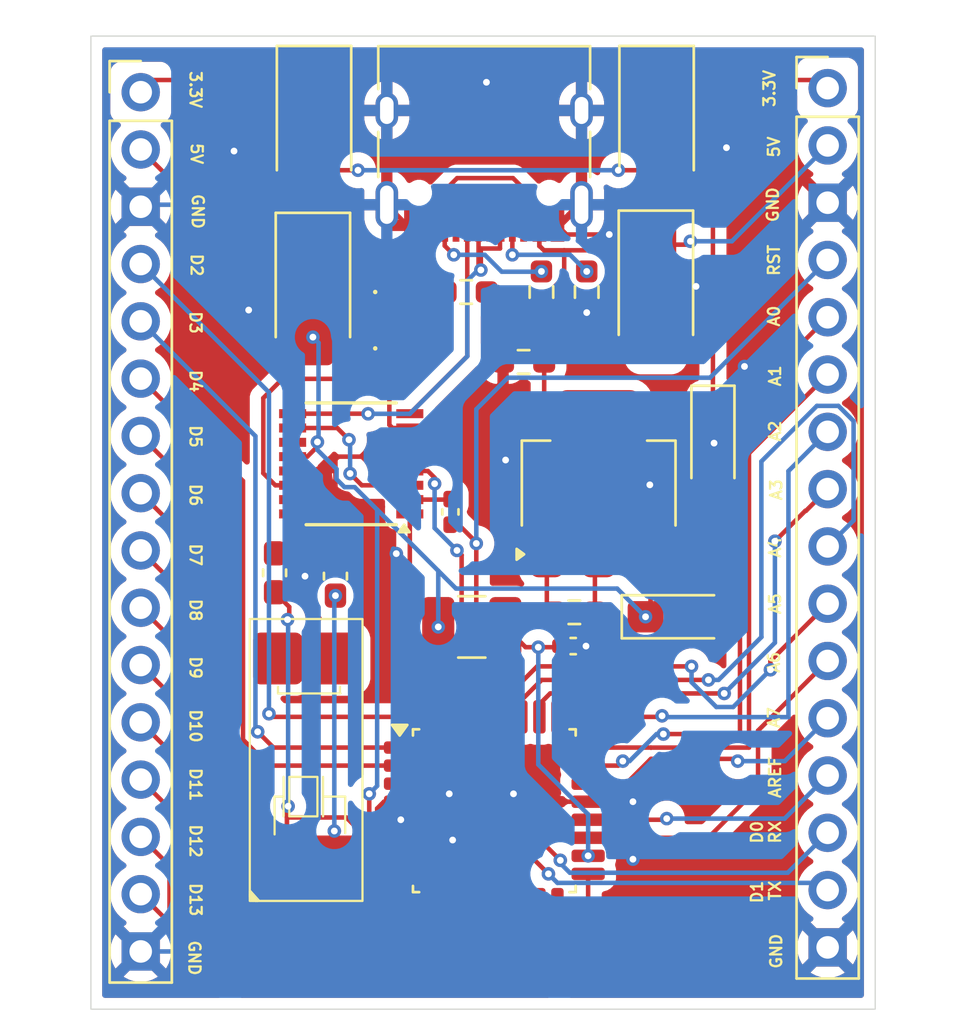
<source format=kicad_pcb>
(kicad_pcb (version 20241229) (generator "pcbnew") (generator_version "9.0")
  (layers (0 "F.Cu" signal) (2 "B.Cu" signal) (13 "F.Paste" user) (15 "B.Paste" user) (5 "F.SilkS" user "F.Silkscreen") (7 "B.SilkS" user "B.Silkscreen") (1 "F.Mask" user) (3 "B.Mask" user) (25 "Edge.Cuts" user))
  (net 0 "")
  (net 1 "GND")
  (net 2 "XTAL1")
  (net 3 "XTAL2")
  (net 4 "Net-(U1-~{RTS})")
  (net 5 "RESET")
  (net 6 "Net-(U2-AVCC)")
  (net 7 "+3.3V")
  (net 8 "+5V")
  (net 9 "Net-(D1-K)")
  (net 10 "Net-(D2-K)")
  (net 11 "Net-(D3-K)")
  (net 12 "Net-(D4-K)")
  (net 13 "/USBD-")
  (net 14 "/USBD+")
  (net 15 "Net-(J1-CC2)")
  (net 16 "Net-(J1-CC1)")
  (net 17 "ADC3")
  (net 18 "RXD")
  (net 19 "ADC4")
  (net 20 "ADC5")
  (net 21 "ADC1")
  (net 22 "ADC2")
  (net 23 "ADC0")
  (net 24 "AREF")
  (net 25 "ADC6")
  (net 26 "ADC7")
  (net 27 "TXD")
  (net 28 "D8")
  (net 29 "D11")
  (net 30 "D6")
  (net 31 "D5")
  (net 32 "D9")
  (net 33 "D7")
  (net 34 "D4")
  (net 35 "D13")
  (net 36 "D12")
  (net 37 "D2")
  (net 38 "D3")
  (net 39 "D10")
  (net 40 "Net-(RX1-A)")
  (net 41 "/ADJ")
  (net 42 "Net-(RX1-K)")
  (net 43 "Net-(TX1-K)")
  (net 46 "Net-(U1-3V3OUT)")
  (footprint "Resistor_SMD:R_0603_1608Metric_Pad0.98x0.95mm_HandSolder" (layer "F.Cu") (at 113.5 86.5)
    (property "Reference" "R3" (hide yes))
    (property "Value" "220")
  )
  (footprint "Capacitor_SMD:C_0402_1005Metric_Pad0.74x0.62mm_HandSolder" (layer "F.Cu") (at 118.25 102.2)
    (property "Reference" "C4" (hide yes))
    (property "Value" "100nF")
  )
  (footprint "Diode_SMD:D_SMA" (layer "F.Cu") (at 106.7 86.5 -90)
    (property "Reference" "D4" (hide yes))
    (property "Value" "D" (hide yes))
  )
  (footprint "Resistor_SMD:R_0603_1608Metric_Pad0.98x0.95mm_HandSolder" (layer "F.Cu") (at 116.05 89.6 180)
    (property "Reference" "R5" (hide yes))
    (property "Value" "1K")
  )
  (footprint "Capacitor_SMD:C_0603_1608Metric_Pad1.08x0.95mm_HandSolder" (layer "F.Cu") (at 105 98.95 90)
    (property "Reference" "C1" (hide yes))
    (property "Value" "22pF")
  )
  (footprint "Package_TO_SOT_SMD:SOT-223-3_TabPin2" (layer "F.Cu") (at 119.38 95 90)
    (property "Reference" "U3" (hide yes))
    (property "Value" "AMS1117")
  )
  (footprint "Resistor_SMD:R_0603_1608Metric_Pad0.98x0.95mm_HandSolder" (layer "F.Cu") (at 118.85 86.5 -90)
    (property "Reference" "R1" (hide yes))
    (property "Value" "5.1K")
  )
  (footprint "Inductor_SMD:L_1210_3225Metric_Pad1.42x2.65mm_HandSolder" (layer "F.Cu") (at 113.75 101.35)
    (property "Reference" "L1" (hide yes))
    (property "Value" "100uH")
  )
  (footprint "LED_SMD:LED_0201_0603Metric_Pad0.64x0.40mm_HandSolder" (layer "F.Cu") (at 110.5 89)
    (property "Reference" "RX1" (hide yes))
    (property "Value" "LED")
  )
  (footprint "Diode_SMD:D_SMA" (layer "F.Cu") (at 121.92 86.4 -90)
    (property "Reference" "D1" (hide yes))
    (property "Value" "D")
  )
  (footprint "Crystal_SMD:28AX" (layer "F.Cu") (at 107.15 107 90)
    (property "Reference" "Y1" (hide yes))
    (property "Value" "16.000MHZ")
  )
  (footprint "Package_SO:SSOP-16_3.9x4.9mm_P0.635mm" (layer "F.Cu") (at 108.4 94.1175 180)
    (property "Reference" "U1" (hide yes))
    (property "Value" "FT230XS")
  )
  (footprint "Capacitor_Tantalum_SMD:CP_EIA-3216-10_Kemet-I_HandSolder" (layer "F.Cu") (at 122.9 100.9)
    (property "Reference" "C6" (hide yes))
    (property "Value" "22uF Tantalum")
  )
  (footprint "Capacitor_SMD:C_0603_1608Metric_Pad1.08x0.95mm_HandSolder" (layer "F.Cu") (at 107.7 99.1 90)
    (property "Reference" "C2" (hide yes))
    (property "Value" "22pF")
  )
  (footprint "LED_SMD:LED_0201_0603Metric_Pad0.64x0.40mm_HandSolder" (layer "F.Cu") (at 110.5 86.5)
    (property "Reference" "TX1" (hide yes))
    (property "Value" "LED")
  )
  (footprint "Resistor_SMD:R_0603_1608Metric_Pad0.98x0.95mm_HandSolder" (layer "F.Cu") (at 118.3 100.7 180)
    (property "Reference" "R4" (hide yes))
    (property "Value" "1.6K")
  )
  (footprint "Resistor_SMD:R_0603_1608Metric_Pad0.98x0.95mm_HandSolder" (layer "F.Cu") (at 116.84 86.5 -90)
    (property "Reference" "R2" (hide yes))
    (property "Value" "5.1K")
  )
  (footprint "Connector_PinHeader_2.54mm:PinHeader_1x16_P2.54mm_Vertical" (layer "F.Cu") (at 129.54 77.46)
    (property "Reference" "J2" (hide yes))
    (property "Value" "Conn_01x16_Pin")
  )
  (footprint "Diode_SMD:D_SMA" (layer "F.Cu") (at 121.95 79.1 -90)
    (property "Reference" "D2" (hide yes))
    (property "Value" "D")
  )
  (footprint "Connector_USB:USB_C_Receptacle_HRO_TYPE-C-31-M-12" (layer "F.Cu") (at 114.3 79.5 180)
    (property "Reference" "J1" (hide yes))
    (property "Value" "USB_C_Receptacle_USB2.0_14P")
  )
  (footprint "Connector_PinHeader_2.54mm:PinHeader_1x16_P2.54mm_Vertical" (layer "F.Cu") (at 99.06 77.64)
    (property "Reference" "J3" (hide yes))
    (property "Value" "Conn_01x16_Pin")
  )
  (footprint "Package_QFP:TQFP-32_7x7mm_P0.8mm" (layer "F.Cu") (at 114.75 109.5)
    (property "Reference" "U2" (hide yes))
    (property "Value" "ATmega328P-A")
  )
  (footprint "Capacitor_SMD:C_0402_1005Metric_Pad0.74x0.62mm_HandSolder" (layer "F.Cu") (at 112.8 96.25 -90)
    (property "Reference" "C3" (hide yes))
    (property "Value" "100nF")
  )
  (footprint "Capacitor_Tantalum_SMD:CP_EIA-3216-10_Kemet-I_HandSolder" (layer "F.Cu") (at 124.45 93.15 -90)
    (property "Reference" "C5" (hide yes))
    (property "Value" "22uF Tantalum")
  )
  (footprint "Diode_SMD:D_SMA" (layer "F.Cu") (at 106.75 79.1 -90)
    (property "Reference" "D3" (hide yes))
    (property "Value" "D" (hide yes))
  )
  (gr_rect (start 96.85 75.15) (end 131.65 118.3) (stroke (width 0.05)) (fill no) (layer "Edge.Cuts"))
  (gr_text "AREF\n" (at 127.5 107.05 90) (layer "F.SilkS") (effects (font (size 0.5 0.5) (thickness 0.1) (bold yes)) (justify right bottom)))
  (gr_text "D8" (at 101.2 100.05 270) (layer "F.SilkS") (effects (font (size 0.5 0.5) (thickness 0.1) (bold yes)) (justify left bottom)))
  (gr_text "A4" (at 127.5 97.3 90) (layer "F.SilkS") (effects (font (size 0.5 0.5) (thickness 0.1) (bold yes)) (justify right bottom)))
  (gr_text "D5\n" (at 101.2 92.35 270) (layer "F.SilkS") (effects (font (size 0.5 0.5) (thickness 0.1) (bold yes)) (justify left bottom)))
  (gr_text "D12" (at 101.2 110.05 270) (layer "F.SilkS") (effects (font (size 0.5 0.5) (thickness 0.1) (bold yes)) (justify left bottom)))
  (gr_text "D3\n" (at 101.2 87.3 270) (layer "F.SilkS") (effects (font (size 0.5 0.5) (thickness 0.1) (bold yes)) (justify left bottom)))
  (gr_text "A7" (at 127.45 104.85 90) (layer "F.SilkS") (effects (font (size 0.5 0.5) (thickness 0.1) (bold yes)) (justify right bottom)))
  (gr_text "D11\n" (at 101.2 107.55 270) (layer "F.SilkS") (effects (font (size 0.5 0.5) (thickness 0.1) (bold yes)) (justify left bottom)))
  (gr_text "A2" (at 127.5 92.15 90) (layer "F.SilkS") (effects (font (size 0.5 0.5) (thickness 0.1) (bold yes)) (justify right bottom)))
  (gr_text "5V" (at 101.25 79.85 270) (layer "F.SilkS") (effects (font (size 0.5 0.5) (thickness 0.1) (bold yes)) (justify left bottom)))
  (gr_text "GND" (at 101.15 115.2 270) (layer "F.SilkS") (effects (font (size 0.5 0.5) (thickness 0.1) (bold yes)) (justify left bottom)))
  (gr_text "A3" (at 127.55 94.75 90) (layer "F.SilkS") (effects (font (size 0.5 0.5) (thickness 0.1) (bold yes)) (justify right bottom)))
  (gr_text "GND" (at 127.4 81.8 90) (layer "F.SilkS") (effects (font (size 0.5 0.5) (thickness 0.1) (bold yes)) (justify right bottom)))
  (gr_text "D10\n" (at 101.2 104.95 270) (layer "F.SilkS") (effects (font (size 0.5 0.5) (thickness 0.1) (bold yes)) (justify left bottom)))
  (gr_text "GND" (at 127.55 114.9 90) (layer "F.SilkS") (effects (font (size 0.5 0.5) (thickness 0.1) (bold yes)) (justify right bottom)))
  (gr_text "3.3V" (at 127.25 76.6 90) (layer "F.SilkS") (effects (font (size 0.5 0.5) (thickness 0.1) (bold yes)) (justify right bottom)))
  (gr_text "A5" (at 127.5 99.8 90) (layer "F.SilkS") (effects (font (size 0.5 0.5) (thickness 0.1) (bold yes)) (justify right bottom)))
  (gr_text "D6" (at 101.2 94.95 270) (layer "F.SilkS") (effects (font (size 0.5 0.5) (thickness 0.1) (bold yes)) (justify left bottom)))
  (gr_text "A1\n" (at 127.5 89.7 90) (layer "F.SilkS") (effects (font (size 0.5 0.5) (thickness 0.1) (bold yes)) (justify right bottom)))
  (gr_text "A0" (at 127.45 87.05 90) (layer "F.SilkS") (effects (font (size 0.5 0.5) (thickness 0.1) (bold yes)) (justify right bottom)))
  (gr_text "A6" (at 127.45 102.4 90) (layer "F.SilkS") (effects (font (size 0.5 0.5) (thickness 0.1) (bold yes)) (justify right bottom)))
  (gr_text "D0\nRX\n" (at 127.5 109.9 90) (layer "F.SilkS") (effects (font (size 0.5 0.5) (thickness 0.1) (bold yes)) (justify right bottom)))
  (gr_text "D7" (at 101.2 97.6 270) (layer "F.SilkS") (effects (font (size 0.5 0.5) (thickness 0.1) (bold yes)) (justify left bottom)))
  (gr_text "D13" (at 101.2 112.65 270) (layer "F.SilkS") (effects (font (size 0.5 0.5) (thickness 0.1) (bold yes)) (justify left bottom)))
  (gr_text "D2" (at 101.25 84.75 270) (layer "F.SilkS") (effects (font (size 0.5 0.5) (thickness 0.1) (bold yes)) (justify left bottom)))
  (gr_text "D4" (at 101.2 89.9 270) (layer "F.SilkS") (effects (font (size 0.5 0.5) (thickness 0.1) (bold yes)) (justify left bottom)))
  (gr_text "3.3V" (at 101.2 76.65 270) (layer "F.SilkS") (effects (font (size 0.5 0.5) (thickness 0.1) (bold yes)) (justify left bottom)))
  (gr_text "GND" (at 101.3 82.1 270) (layer "F.SilkS") (effects (font (size 0.5 0.5) (thickness 0.1) (bold yes)) (justify left bottom)))
  (gr_text "D1\nTX\n" (at 127.5 112.55 90) (layer "F.SilkS") (effects (font (size 0.5 0.5) (thickness 0.1) (bold yes)) (justify right bottom)))
  (gr_text "D9" (at 101.2 102.6 270) (layer "F.SilkS") (effects (font (size 0.5 0.5) (thickness 0.1) (bold yes)) (justify left bottom)))
  (gr_text "RST" (at 127.45 84.35 90) (layer "F.SilkS") (effects (font (size 0.5 0.5) (thickness 0.1) (bold yes)) (justify right bottom)))
  (gr_text "5V" (at 127.45 79.55 90) (layer "F.SilkS") (effects (font (size 0.5 0.5) (thickness 0.1) (bold yes)) (justify right bottom)))
  (segment (start 120.9 111.65) (end 121 111.75) (width 0.2) (layer "F.Cu") (net 1))
  (segment (start 117.955 83.95) (end 119.85 83.95) (width 0.2) (layer "F.Cu") (net 1))
  (segment (start 125.85 89.8) (end 125.85 86.23) (width 0.2) (layer "F.Cu") (net 1))
  (segment (start 116.84 87.4125) (end 115.1375 89.115) (width 0.2) (layer "F.Cu") (net 1))
  (segment (start 120.6 84.5329) (end 120.6 85.4) (width 0.2) (layer "F.Cu") (net 1))
  (segment (start 124.34 100.9) (end 124.34 94.7) (width 0.2) (layer "F.Cu") (net 1))
  (segment (start 115.1375 90.4295) (end 111.767 93.8) (width 0.2) (layer "F.Cu") (net 1))
  (segment (start 124.45 94.59) (end 124.45 93.25) (width 0.2) (layer "F.Cu") (net 1))
  (segment (start 110.895 83.545) (end 109.98 82.63) (width 0.2) (layer "F.Cu") (net 1))
  (segment (start 125.85 86.23) (end 129.54 82.54) (width 0.2) (layer "F.Cu") (net 1))
  (segment (start 117.55 83.545) (end 117.705 83.545) (width 0.2) (layer "F.Cu") (net 1))
  (segment (start 110.5875 108.3) (end 111.148944 108.3) (width 0.2) (layer "F.Cu") (net 1))
  (segment (start 118.8175 102.2) (end 118.9 102.2) (width 0.2) (layer "F.Cu") (net 1))
  (segment (start 115.95 108.75) (end 116.3 109.1) (width 0.2) (layer "F.Cu") (net 1))
  (segment (start 111.767 93.8) (end 111 93.8) (width 0.2) (layer "F.Cu") (net 1))
  (segment (start 117.705 83.545) (end 118.62 82.63) (width 0.2) (layer "F.Cu") (net 1))
  (segment (start 118.85 87.4125) (end 116.84 87.4125) (width 0.2) (layer "F.Cu") (net 1))
  (segment (start 115.6 108.75) (end 115.95 108.75) (width 0.2) (layer "F.Cu") (net 1))
  (segment (start 116.3 109.1) (end 118.9125 109.1) (width 0.2) (layer "F.Cu") (net 1))
  (segment (start 111.626 108.777056) (end 112.722944 108.777056) (width 0.2) (layer "F.Cu") (net 1))
  (segment (start 124.34 100.9) (end 123.04 102.2) (width 0.2) (layer "F.Cu") (net 1))
  (segment (start 125.73 111.75) (end 129.54 115.56) (width 0.2) (layer "F.Cu") (net 1))
  (segment (start 117.55 83.545) (end 117.955 83.95) (width 0.2) (layer "F.Cu") (net 1))
  (segment (start 118.62 78.45) (end 109.98 78.45) (width 0.2) (layer "F.Cu") (net 1))
  (segment (start 111.148944 108.3) (end 111.626 108.777056) (width 0.2) (layer "F.Cu") (net 1))
  (segment (start 124.45 93.25) (end 124.5 93.2) (width 0.2) (layer "F.Cu") (net 1))
  (segment (start 110.5875 109.9) (end 110.6 109.9) (width 0.2) (layer "F.Cu") (net 1))
  (segment (start 111.324999 109.9) (end 110.5875 109.9) (width 0.2) (layer "F.Cu") (net 1))
  (segment (start 110.4 98.1) (end 110.2625 98.2375) (width 0.2) (layer "F.Cu") (net 1))
  (segment (start 106.567 94.435) (end 105.8 94.435) (width 0.2) (layer "F.Cu") (net 1))
  (segment (start 107.7 94.435) (end 107.7 93.8) (width 0.2) (layer "F.Cu") (net 1))
  (segment (start 121 111.75) (end 125.73 111.75) (width 0.2) (layer "F.Cu") (net 1))
  (segment (start 120.6 85.4) (end 120.6 85.55) (width 0.2) (layer "F.Cu") (net 1))
  (segment (start 118.9125 109.1) (end 120.9 109.1) (width 0.2) (layer "F.Cu") (net 1))
  (segment (start 121.3 86.25) (end 123.7 86.25) (width 0.2) (layer "F.Cu") (net 1))
  (segment (start 109.98 78.45) (end 109.98 82.63) (width 0.2) (layer "F.Cu") (net 1))
  (segment (start 111.05 83.545) (end 110.895 83.545) (width 0.2) (layer "F.Cu") (net 1))
  (segment (start 118.62 82.475) (end 118.62 78.45) (width 0.2) (layer "F.Cu") (net 1))
  (segment (start 120.6 85.55) (end 121.3 86.25) (width 0.2) (layer "F.Cu") (net 1))
  (segment (start 119.85 83.95) (end 120.0171 83.95) (width 0.2) (layer "F.Cu") (net 1))
  (segment (start 117.55 83.545) (end 118.62 82.475) (width 0.2) (layer "F.Cu") (net 1))
  (segment (start 124.34 94.7) (end 124.45 94.59) (width 0.2) (layer "F.Cu") (net 1))
  (segment (start 107.7 98.2375) (end 107.5625 98.2375) (width 0.2) (layer "F.Cu") (net 1))
  (segment (start 120.0171 83.95) (end 120.6 84.5329) (width 0.2) (layer "F.Cu") (net 1))
  (segment (start 107.7 94.435) (end 107.7 98.2375) (width 0.2) (layer "F.Cu") (net 1))
  (segment (start 111.626 108.777056) (end 111.626 109.598999) (width 0.2) (layer "F.Cu") (net 1))
  (segment (start 123.04 102.2) (end 118.8175 102.2) (width 0.2) (layer "F.Cu") (net 1))
  (segment (start 107.4125 98.0875) (end 105 98.0875) (width 0.2) (layer "F.Cu") (net 1))
  (segment (start 112.722944 108.777056) (end 112.75 108.75) (width 0.2) (layer "F.Cu") (net 1))
  (segment (start 106.567 94.435) (end 107.7 94.435) (width 0.2) (layer "F.Cu") (net 1))
  (segment (start 115.1375 89.115) (end 115.1375 89.6) (width 0.2) (layer "F.Cu") (net 1))
  (segment (start 107.5625 98.2375) (end 107.4125 98.0875) (width 0.2) (layer "F.Cu") (net 1))
  (segment (start 110.2625 98.2375) (end 107.7 98.2375) (width 0.2) (layer "F.Cu") (net 1))
  (segment (start 115.1375 89.6) (end 115.1375 90.4295) (width 0.2) (layer "F.Cu") (net 1))
  (segment (start 111.626 109.598999) (end 111.324999 109.9) (width 0.2) (layer "F.Cu") (net 1))
  (segment (start 107.7 93.8) (end 111 93.8) (width 0.2) (layer "F.Cu") (net 1))
  (via (at 115.6 108.75) (size 0.6) (drill 0.3) (layers "F.Cu" "B.Cu") (net 1))
  (via (at 118.85 87.4125) (size 0.6) (drill 0.3) (layers "F.Cu" "B.Cu") (net 1))
  (via (at 119.85 83.95) (size 0.6) (drill 0.3) (layers "F.Cu" "B.Cu") (net 1))
  (via (at 115.25 93.95) (size 0.6) (drill 0.3) (layers "F.Cu" "B.Cu") (net 1))
  (via (at 123.7 86.25) (size 0.6) (drill 0.3) (layers "F.Cu" "B.Cu") (net 1))
  (via (at 125.85 89.8) (size 0.6) (drill 0.3) (layers "F.Cu" "B.Cu") (net 1))
  (via (at 103.2 80.25) (size 0.6) (drill 0.3) (layers "F.Cu" "B.Cu") (net 1))
  (via (at 114.4 77.2) (size 0.6) (drill 0.3) (layers "F.Cu" "B.Cu") (net 1))
  (via (at 106.35 99.1) (size 0.6) (drill 0.3) (layers "F.Cu" "B.Cu") (net 1))
  (via (at 120.9 109.1) (size 0.6) (drill 0.3) (layers "F.Cu" "B.Cu") (net 1))
  (via (at 110.6 109.9) (size 0.6) (drill 0.3) (layers "F.Cu" "B.Cu") (net 1))
  (via (at 103.85 87.3) (size 0.6) (drill 0.3) (layers "F.Cu" "B.Cu") (net 1))
  (via (at 118.8175 102.2) (size 0.6) (drill 0.3) (layers "F.Cu" "B.Cu") (net 1))
  (via (at 121.65 95.05) (size 0.6) (drill 0.3) (layers "F.Cu" "B.Cu") (net 1))
  (via (at 112.75 108.75) (size 0.6) (drill 0.3) (layers "F.Cu" "B.Cu") (net 1))
  (via (at 120.9 111.65) (size 0.6) (drill 0.3) (layers "F.Cu" "B.Cu") (net 1))
  (via (at 110.4 98.1) (size 0.6) (drill 0.3) (layers "F.Cu" "B.Cu") (net 1))
  (via (at 125.05 80.1) (size 0.6) (drill 0.3) (layers "F.Cu" "B.Cu") (net 1))
  (via (at 112.9 110.8) (size 0.6) (drill 0.3) (layers "F.Cu" "B.Cu") (net 1))
  (via (at 124.5 93.2) (size 0.6) (drill 0.3) (layers "F.Cu" "B.Cu") (net 1))
  (segment (start 119.85 83.95) (end 119.85 86.4125) (width 0.2) (layer "B.Cu") (net 1))
  (segment (start 118.8175 107.0175) (end 120.9 109.1) (width 0.2) (layer "B.Cu") (net 1))
  (segment (start 112.75 108.75) (end 115.6 108.75) (width 0.2) (layer "B.Cu") (net 1))
  (segment (start 112.75 107.45) (end 111.3 106) (width 0.2) (layer "B.Cu") (net 1))
  (segment (start 124.5 93.2) (end 125.85 91.85) (width 0.2) (layer "B.Cu") (net 1))
  (segment (start 120.9 111.65) (end 120.9 109.1) (width 0.2) (layer "B.Cu") (net 1))
  (segment (start 112.75 108.75) (end 112.75 107.45) (width 0.2) (layer "B.Cu") (net 1))
  (segment (start 109.51 115.74) (end 99.06 115.74) (width 0.2) (layer "B.Cu") (net 1))
  (segment (start 111.3 106) (end 111.3 99) (width 0.2) (layer "B.Cu") (net 1))
  (segment (start 110.6 114.65) (end 109.51 115.74) (width 0.2) (layer "B.Cu") (net 1))
  (segment (start 118.8175 102.2) (end 118.8175 107.0175) (width 0.2) (layer "B.Cu") (net 1))
  (segment (start 123.7 86.25) (end 125.83 86.25) (width 0.2) (layer "B.Cu") (net 1))
  (segment (start 125.83 86.25) (end 129.54 82.54) (width 0.2) (layer "B.Cu") (net 1))
  (segment (start 109.98 82.63) (end 99.15 82.63) (width 0.2) (layer "B.Cu") (net 1))
  (segment (start 110.6 109.9) (end 110.6 114.65) (width 0.2) (layer "B.Cu") (net 1))
  (segment (start 99.15 82.63) (end 99.06 82.72) (width 0.2) (layer "B.Cu") (net 1))
  (segment (start 125.85 91.85) (end 125.85 89.8) (width 0.2) (layer "B.Cu") (net 1))
  (segment (start 119.85 86.4125) (end 118.85 87.4125) (width 0.2) (layer "B.Cu") (net 1))
  (segment (start 111.3 99) (end 110.4 98.1) (width 0.2) (layer "B.Cu") (net 1))
  (segment (start 105.55 110.2) (end 105.55 109.8) (width 0.2) (layer "F.Cu") (net 2))
  (segment (start 105.65 100.4625) (end 105 99.8125) (width 0.2) (layer "F.Cu") (net 2))
  (segment (start 105.15 110.6) (end 105.55 110.2) (width 0.2) (layer "F.Cu") (net 2))
  (segment (start 105.15 111.75) (end 105.15 110.6) (width 0.2) (layer "F.Cu") (net 2))
  (segment (start 105.575 101.025) (end 105.65 100.95) (width 0.2) (layer "F.Cu") (net 2))
  (segment (start 105.55 110.2) (end 105.55 109.35) (width 0.2) (layer "F.Cu") (net 2))
  (segment (start 109.882368 111.5) (end 110.5875 111.5) (width 0.2) (layer "F.Cu") (net 2))
  (segment (start 108.182368 109.8) (end 109.882368 111.5) (width 0.2) (layer "F.Cu") (net 2))
  (segment (start 105.55 109.35) (end 105.6 109.3) (width 0.2) (layer "F.Cu") (net 2))
  (segment (start 105.55 109.8) (end 108.182368 109.8) (width 0.2) (layer "F.Cu") (net 2))
  (segment (start 105.65 100.95) (end 105.65 100.4625) (width 0.2) (layer "F.Cu") (net 2))
  (via (at 105.6 109.3) (size 0.6) (drill 0.3) (layers "F.Cu" "B.Cu") (net 2))
  (via (at 105.575 101.025) (size 0.6) (drill 0.3) (layers "F.Cu" "B.Cu") (net 2))
  (segment (start 105.575 101.025) (end 105.575 101.175) (width 0.2) (layer "B.Cu") (net 2))
  (segment (start 105.575 101.175) (end 105.6 101.2) (width 0.2) (layer "B.Cu") (net 2))
  (segment (start 105.6 101.2) (end 105.6 109.3) (width 0.2) (layer "B.Cu") (net 2))
  (segment (start 108.2 112.3) (end 110.5875 112.3) (width 0.2) (layer "F.Cu") (net 3))
  (segment (start 107.65 111.75) (end 108.2 112.3) (width 0.2) (layer "F.Cu") (net 3))
  (segment (start 107.65 111.75) (end 107.65 110.4) (width 0.2) (layer "F.Cu") (net 3))
  (via (at 107.7 99.9625) (size 0.6) (drill 0.3) (layers "F.Cu" "B.Cu") (net 3))
  (via (at 107.65 110.4) (size 0.6) (drill 0.3) (layers "F.Cu" "B.Cu") (net 3))
  (segment (start 107.65 100.0125) (end 107.7 99.9625) (width 0.2) (layer "B.Cu") (net 3))
  (segment (start 107.65 110.4) (end 107.65 100.0125) (width 0.2) (layer "B.Cu") (net 3))
  (segment (start 111 95.705) (end 112.7775 95.705) (width 0.2) (layer "F.Cu") (net 4))
  (segment (start 112.7775 95.705) (end 112.8 95.6825) (width 0.2) (layer "F.Cu") (net 4))
  (segment (start 113.95 97.65) (end 113.95 103.4) (width 0.2) (layer "F.Cu") (net 5))
  (segment (start 113.95 103.4) (end 114.35 103.8) (width 0.2) (layer "F.Cu") (net 5))
  (segment (start 112.8 96.8175) (end 113.1675 96.8175) (width 0.2) (layer "F.Cu") (net 5))
  (segment (start 114.35 103.8) (end 114.35 105.3375) (width 0.2) (layer "F.Cu") (net 5))
  (segment (start 113.95 97.6) (end 113.95 97.65) (width 0.2) (layer "F.Cu") (net 5))
  (segment (start 113.1675 96.8175) (end 113.95 97.6) (width 0.2) (layer "F.Cu") (net 5))
  (via (at 113.95 97.65) (size 0.6) (drill 0.3) (layers "F.Cu" "B.Cu") (net 5))
  (segment (start 124.32 90.3) (end 129.54 85.08) (width 0.2) (layer "B.Cu") (net 5))
  (segment (start 113.95 91.7) (end 115.35 90.3) (width 0.2) (layer "B.Cu") (net 5))
  (segment (start 115.35 90.3) (end 124.32 90.3) (width 0.2) (layer "B.Cu") (net 5))
  (segment (start 113.95 97.65) (end 113.95 91.7) (width 0.2) (layer "B.Cu") (net 5))
  (segment (start 117.6325 102.25) (end 117.6825 102.2) (width 0.2) (layer "F.Cu") (net 6))
  (segment (start 116.7 102.25) (end 117.6325 102.25) (width 0.2) (layer "F.Cu") (net 6))
  (segment (start 116.1375 102.25) (end 115.2375 101.35) (width 0.2) (layer "F.Cu") (net 6))
  (segment (start 116.7 102.25) (end 116.1375 102.25) (width 0.2) (layer "F.Cu") (net 6))
  (via (at 116.7 102.25) (size 0.6) (drill 0.3) (layers "F.Cu" "B.Cu") (net 6))
  (via (at 118.9125 111.5) (size 0.6) (drill 0.3) (layers "F.Cu" "B.Cu") (net 6))
  (segment (start 116.7 107.45) (end 116.7 102.25) (width 0.2) (layer "B.Cu") (net 6))
  (segment (start 118.9125 109.6625) (end 116.7 107.45) (width 0.2) (layer "B.Cu") (net 6))
  (segment (start 118.9125 111.5) (end 118.9125 109.6625) (width 0.2) (layer "B.Cu") (net 6))
  (segment (start 120.25 81.1) (end 121.95 81.1) (width 0.2) (layer "F.Cu") (net 7))
  (segment (start 106.75 81.1) (end 108.7 81.1) (width 0.2) (layer "F.Cu") (net 7))
  (segment (start 124.45 83.6) (end 121.95 81.1) (width 0.2) (layer "F.Cu") (net 7))
  (segment (start 119.38 98.15) (end 119.38 91.85) (width 0.2) (layer "F.Cu") (net 7))
  (segment (start 119.38 91.85) (end 124.31 91.85) (width 0.2) (layer "F.Cu") (net 7))
  (segment (start 124.45 91.71) (end 124.45 83.6) (width 0.2) (layer "F.Cu") (net 7))
  (segment (start 124.31 91.85) (end 124.45 91.71) (width 0.2) (layer "F.Cu") (net 7))
  (segment (start 119.2125 100.7) (end 119.2125 98.3175) (width 0.2) (layer "F.Cu") (net 7))
  (segment (start 119.2125 98.3175) (end 119.38 98.15) (width 0.2) (layer "F.Cu") (net 7))
  (via (at 108.7 81.1) (size 0.6) (drill 0.3) (layers "F.Cu" "B.Cu") (net 7))
  (via (at 120.25 81.1) (size 0.6) (drill 0.3) (layers "F.Cu" "B.Cu") (net 7))
  (segment (start 108.7 81.1) (end 120.25 81.1) (width 0.2) (layer "B.Cu") (net 7))
  (segment (start 106.7 87.25) (end 106.7 88.5) (width 0.2) (layer "F.Cu") (net 8))
  (segment (start 106.900002 93.349998) (end 106.45 93.8) (width 0.2) (layer "F.Cu") (net 8))
  (segment (start 111.85 84.2) (end 111.479 84.571) (width 0.2) (layer "F.Cu") (net 8))
  (segment (start 120.15 86.63) (end 120.15 84.65) (width 0.2) (layer "F.Cu") (net 8))
  (segment (start 117.183134 86.5) (end 114.4125 86.5) (width 0.2) (layer "F.Cu") (net 8))
  (segment (start 111.85 83.545) (end 111.85 82.7) (width 0.2) (layer "F.Cu") (net 8))
  (segment (start 121.68 98.15) (end 121.68 100.68) (width 0.2) (layer "F.Cu") (net 8))
  (segment (start 117.85 84.65) (end 116.949 84.65) (width 0.2) (layer "F.Cu") (net 8))
  (segment (start 109.2 108.75) (end 109.2 110.049999) (width 0.2) (layer "F.Cu") (net 8))
  (segment (start 113.1 81.45) (end 115.58 81.45) (width 0.2) (layer "F.Cu") (net 8))
  (segment (start 109.379 84.571) (end 106.7 87.25) (width 0.2) (layer "F.Cu") (net 8))
  (segment (start 106.900002 93.15) (end 106.900002 93.349998) (width 0.2) (layer "F.Cu") (net 8))
  (segment (start 121.68 100.68) (end 121.46 100.9) (width 0.2) (layer "F.Cu") (net 8))
  (segment (start 109.850001 110.7) (end 110.5875 110.7) (width 0.2) (layer "F.Cu") (net 8))
  (segment (start 111.85 82.7) (end 113.1 81.45) (width 0.2) (layer "F.Cu") (net 8))
  (segment (start 109.2 110.049999) (end 109.549 110.398999) (width 0.2) (layer "F.Cu") (net 8))
  (segment (start 117.85 84.65) (end 117.85 85.833134) (width 0.2) (layer "F.Cu") (net 8))
  (segment (start 120.15 84.65) (end 117.85 84.65) (width 0.2) (layer "F.Cu") (net 8))
  (segment (start 110.5875 109.1) (end 109.850001 109.1) (width 0.2) (layer "F.Cu") (net 8))
  (segment (start 117.85 85.833134) (end 117.183134 86.5) (width 0.2) (layer "F.Cu") (net 8))
  (segment (start 111.85 83.545) (end 111.85 84.2) (width 0.2) (layer "F.Cu") (net 8))
  (segment (start 116.75 84.4) (end 116.75 83.545) (width 0.2) (layer "F.Cu") (net 8))
  (segment (start 106.45 93.8) (end 105.8 93.8) (width 0.2) (layer "F.Cu") (net 8))
  (segment (start 109.549 109.401001) (end 109.549 110.398999) (width 0.2) (layer "F.Cu") (net 8))
  (segment (start 116.75 84.47) (end 116.769 84.47) (width 0.2) (layer "F.Cu") (net 8))
  (segment (start 116.769 84.47) (end 116.949 84.65) (width 0.2) (layer "F.Cu") (net 8))
  (segment (start 109.549 110.398999) (end 109.850001 110.7) (width 0.2) (layer "F.Cu") (net 8))
  (segment (start 111.479 84.571) (end 109.379 84.571) (width 0.2) (layer "F.Cu") (net 8))
  (segment (start 109.850001 109.1) (end 109.549 109.401001) (width 0.2) (layer "F.Cu") (net 8))
  (segment (start 116.75 84.47) (end 116.75 83.545) (width 0.2) (layer "F.Cu") (net 8))
  (segment (start 115.58 81.45) (end 116.75 82.62) (width 0.2) (layer "F.Cu") (net 8))
  (segment (start 116.75 82.62) (end 116.75 83.545) (width 0.2) (layer "F.Cu") (net 8))
  (segment (start 121.92 88.4) (end 120.15 86.63) (width 0.2) (layer "F.Cu") (net 8))
  (via (at 106.900002 93.15) (size 0.6) (drill 0.3) (layers "F.Cu" "B.Cu") (net 8))
  (via (at 112.2625 101.35) (size 0.6) (drill 0.3) (layers "F.Cu" "B.Cu") (net 8))
  (via (at 109.2 108.75) (size 0.6) (drill 0.3) (layers "F.Cu" "B.Cu") (net 8))
  (via (at 121.46 100.9) (size 0.6) (drill 0.3) (layers "F.Cu" "B.Cu") (net 8))
  (via (at 106.7 88.5) (size 0.6) (drill 0.3) (layers "F.Cu" "B.Cu") (net 8))
  (segment (start 109.55 108.4) (end 109.2 108.75) (width 0.2) (layer "B.Cu") (net 8))
  (segment (start 106.900002 93.15) (end 106.900002 93.500002) (width 0.2) (layer "B.Cu") (net 8))
  (segment (start 106.95 88.75) (end 106.95 93.100002) (width 0.2) (layer "B.Cu") (net 8))
  (segment (start 120.2 99.65) (end 121.45 100.9) (width 0.2) (layer "B.Cu") (net 8))
  (segment (start 112.2625 98.8625) (end 112.2625 101.35) (width 0.2) (layer "B.Cu") (net 8))
  (segment (start 109.55 96.15) (end 109.55 108.4) (width 0.2) (layer "B.Cu") (net 8))
  (segment (start 108.101057 95.151) (end 108.551 95.151) (width 0.2) (layer "B.Cu") (net 8))
  (segment (start 121.45 100.9) (end 121.46 100.9) (width 0.2) (layer "B.Cu") (net 8))
  (segment (start 107.749 94.349) (end 107.749 94.798943) (width 0.2) (layer "B.Cu") (net 8))
  (segment (start 106.900002 93.500002) (end 107.749 94.349) (width 0.2) (layer "B.Cu") (net 8))
  (segment (start 109.55 96.15) (end 112.2625 98.8625) (width 0.2) (layer "B.Cu") (net 8))
  (segment (start 112.2625 98.8625) (end 113.05 99.65) (width 0.2) (layer "B.Cu") (net 8))
  (segment (start 106.95 93.100002) (end 106.900002 93.15) (width 0.2) (layer "B.Cu") (net 8))
  (segment (start 113.05 99.65) (end 120.2 99.65) (width 0.2) (layer "B.Cu") (net 8))
  (segment (start 107.749 94.798943) (end 108.101057 95.151) (width 0.2) (layer "B.Cu") (net 8))
  (segment (start 108.551 95.151) (end 109.55 96.15) (width 0.2) (layer "B.Cu") (net 8))
  (segment (start 106.7 88.5) (end 106.95 88.75) (width 0.2) (layer "B.Cu") (net 8))
  (segment (start 123.3 84.4) (end 123.45 84.25) (width 0.2) (layer "F.Cu") (net 9))
  (segment (start 121.92 84.4) (end 123.3 84.4) (width 0.2) (layer "F.Cu") (net 9))
  (via (at 123.45 84.25) (size 0.6) (drill 0.3) (layers "F.Cu" "B.Cu") (net 9))
  (segment (start 125.29 84.25) (end 129.54 80) (width 0.2) (layer "B.Cu") (net 9))
  (segment (start 123.45 84.25) (end 125.29 84.25) (width 0.2) (layer "B.Cu") (net 9))
  (segment (start 129.18 77.1) (end 129.54 77.46) (width 0.2) (layer "F.Cu") (net 10))
  (segment (start 121.95 77.1) (end 129.18 77.1) (width 0.2) (layer "F.Cu") (net 10))
  (segment (start 106.75 77.1) (end 99.6 77.1) (width 0.2) (layer "F.Cu") (net 11))
  (segment (start 99.6 77.1) (end 99.06 77.64) (width 0.2) (layer "F.Cu") (net 11))
  (segment (start 103.38 84.5) (end 99.06 80.18) (width 0.2) (layer "F.Cu") (net 12))
  (segment (start 106.7 84.5) (end 103.38 84.5) (width 0.2) (layer "F.Cu") (net 12))
  (segment (start 114.05 85.422711) (end 114.05 83.545) (width 0.2) (layer "F.Cu") (net 13))
  (segment (start 115.05 83.55) (end 115.05 83.545) (width 0.2) (layer "F.Cu") (net 13))
  (segment (start 114.152289 84.571) (end 115.001 84.571) (width 0.2) (layer "F.Cu") (net 13))
  (segment (start 105.8 91.895) (end 109.145 91.895) (width 0.2) (layer "F.Cu") (net 13))
  (segment (start 115.001 84.571) (end 115.001 83.599) (width 0.2) (layer "F.Cu") (net 13))
  (segment (start 115.001 83.599) (end 115.05 83.55) (width 0.2) (layer "F.Cu") (net 13))
  (segment (start 114.152289 85.525) (end 114.05 85.422711) (width 0.2) (layer "F.Cu") (net 13))
  (segment (start 109.145 91.895) (end 109.15 91.9) (width 0.2) (layer "F.Cu") (net 13))
  (segment (start 114.152289 85.525) (end 114.152289 84.571) (width 0.2) (layer "F.Cu") (net 13))
  (via (at 109.15 91.9) (size 0.6) (drill 0.3) (layers "F.Cu" "B.Cu") (net 13))
  (via (at 114.152289 85.525) (size 0.6) (drill 0.3) (layers "F.Cu" "B.Cu") (net 13))
  (segment (start 114.152289 85.525) (end 114.025 85.525) (width 0.2) (layer "B.Cu") (net 13))
  (segment (start 113.55 86) (end 113.55 89.35) (width 0.2) (layer "B.Cu") (net 13))
  (segment (start 114.025 85.525) (end 113.55 86) (width 0.2) (layer "B.Cu") (net 13))
  (segment (start 113.55 89.35) (end 111 91.9) (width 0.2) (layer "B.Cu") (net 13))
  (segment (start 111 91.9) (end 109.15 91.9) (width 0.2) (layer "B.Cu") (net 13))
  (segment (start 113.631 82.519) (end 113.55 82.6) (width 0.2) (layer "F.Cu") (net 14))
  (segment (start 114.55 83.545) (end 114.55 82.568) (width 0.2) (layer "F.Cu") (net 14))
  (segment (start 113.55 89.345) (end 113.55 83.545) (width 0.2) (layer "F.Cu") (net 14))
  (segment (start 114.55 82.568) (end 114.501 82.519) (width 0.2) (layer "F.Cu") (net 14))
  (segment (start 113.55 82.6) (end 113.55 83.545) (width 0.2) (layer "F.Cu") (net 14))
  (segment (start 114.501 82.519) (end 113.631 82.519) (width 0.2) (layer "F.Cu") (net 14))
  (segment (start 111 91.895) (end 113.55 89.345) (width 0.2) (layer "F.Cu") (net 14))
  (segment (start 112.55 84.45) (end 112.55 83.545) (width 0.2) (layer "F.Cu") (net 15))
  (segment (start 112.95 84.85) (end 112.55 84.45) (width 0.2) (layer "F.Cu") (net 15))
  (via (at 112.95 84.85) (size 0.6) (drill 0.3) (layers "F.Cu" "B.Cu") (net 15))
  (via (at 116.84 85.5875) (size 0.6) (drill 0.3) (layers "F.Cu" "B.Cu") (net 15))
  (segment (start 116.8275 85.6) (end 116.84 85.5875) (width 0.2) (layer "B.Cu") (net 15))
  (segment (start 112.95 84.85) (end 114.327232 84.85) (width 0.2) (layer "B.Cu") (net 15))
  (segment (start 114.327232 84.85) (end 115.077232 85.6) (width 0.2) (layer "B.Cu") (net 15))
  (segment (start 115.077232 85.6) (end 116.8275 85.6) (width 0.2) (layer "B.Cu") (net 15))
  (segment (start 115.55 84.85) (end 115.55 83.545) (width 0.2) (layer "F.Cu") (net 16))
  (via (at 118.85 85.5875) (size 0.6) (drill 0.3) (layers "F.Cu" "B.Cu") (net 16))
  (via (at 115.55 84.85) (size 0.6) (drill 0.3) (layers "F.Cu" "B.Cu") (net 16))
  (segment (start 118.1125 84.85) (end 118.85 85.5875) (width 0.2) (layer "B.Cu") (net 16))
  (segment (start 115.55 84.85) (end 118.1125 84.85) (width 0.2) (layer "B.Cu") (net 16))
  (segment (start 116.75 104.776056) (end 117.226056 104.3) (width 0.2) (layer "F.Cu") (net 17))
  (segment (start 117.226056 104.3) (end 124.95 104.3) (width 0.2) (layer "F.Cu") (net 17))
  (segment (start 128.58 96.2) (end 129.54 95.24) (width 0.2) (layer "F.Cu") (net 17))
  (segment (start 116.75 105.3375) (end 116.75 104.776056) (width 0.2) (layer "F.Cu") (net 17))
  (segment (start 128.55 96.2) (end 128.58 96.2) (width 0.2) (layer "F.Cu") (net 17))
  (segment (start 127.2 97.55) (end 128.55 96.2) (width 0.2) (layer "F.Cu") (net 17))
  (via (at 127.2 97.55) (size 0.6) (drill 0.3) (layers "F.Cu" "B.Cu") (net 17))
  (via (at 124.95 104.3) (size 0.6) (drill 0.3) (layers "F.Cu" "B.Cu") (net 17))
  (segment (start 127.2 102.05) (end 124.95 104.3) (width 0.2) (layer "B.Cu") (net 17))
  (segment (start 127.2 97.55) (end 127.2 102.05) (width 0.2) (layer "B.Cu") (net 17))
  (segment (start 111.8 94.435) (end 112.100002 94.735002) (width 0.2) (layer "F.Cu") (net 18))
  (segment (start 112.100002 94.735002) (end 112.100002 95) (width 0.2) (layer "F.Cu") (net 18))
  (segment (start 113.091985 97.958015) (end 113.299 98.16503) (width 0.2) (layer "F.Cu") (net 18))
  (segment (start 113.55 103.65) (end 113.55 105.3375) (width 0.2) (layer "F.Cu") (net 18))
  (segment (start 113.299 98.16503) (end 113.299 103.399) (width 0.2) (layer "F.Cu") (net 18))
  (segment (start 111 94.435) (end 111.8 94.435) (width 0.2) (layer "F.Cu") (net 18))
  (segment (start 113.299 103.399) (end 113.55 103.65) (width 0.2) (layer "F.Cu") (net 18))
  (segment (start 113.55 107.571081) (end 113.55 105.3375) (width 0.2) (layer "F.Cu") (net 18))
  (segment (start 117.677241 111.698322) (end 113.55 107.571081) (width 0.2) (layer "F.Cu") (net 18))
  (via (at 112.100002 95) (size 0.6) (drill 0.3) (layers "F.Cu" "B.Cu") (net 18))
  (via (at 117.677241 111.698322) (size 0.6) (drill 0.3) (layers "F.Cu" "B.Cu") (net 18))
  (via (at 113.091985 97.958015) (size 0.6) (drill 0.3) (layers "F.Cu" "B.Cu") (net 18))
  (segment (start 112.100002 95) (end 112.100002 96.966032) (width 0.2) (layer "B.Cu") (net 18))
  (segment (start 127.77 112.25) (end 129.54 110.48) (width 0.2) (layer "B.Cu") (net 18))
  (segment (start 112.100002 96.966032) (end 113.091985 97.958015) (width 0.2) (layer "B.Cu") (net 18))
  (segment (start 118.1 112.25) (end 127.77 112.25) (width 0.2) (layer "B.Cu") (net 18))
  (segment (start 117.677241 111.827241) (end 118.1 112.25) (width 0.2) (layer "B.Cu") (net 18))
  (segment (start 117.677241 111.698322) (end 117.677241 111.827241) (width 0.2) (layer "B.Cu") (net 18))
  (segment (start 115.95 104.600001) (end 116.850001 103.7) (width 0.2) (layer "F.Cu") (net 19))
  (segment (start 115.95 105.3375) (end 115.95 104.600001) (width 0.2) (layer "F.Cu") (net 19))
  (segment (start 116.850001 103.7) (end 124.25 103.7) (width 0.2) (layer "F.Cu") (net 19))
  (via (at 124.25 103.7) (size 0.6) (drill 0.3) (layers "F.Cu" "B.Cu") (net 19))
  (segment (start 130.01676 91.549) (end 130.691 92.22324) (width 0.2) (layer "B.Cu") (net 19))
  (segment (start 130.691 96.629) (end 129.54 97.78) (width 0.2) (layer "B.Cu") (net 19))
  (segment (start 129.06324 91.549) (end 130.01676 91.549) (width 0.2) (layer "B.Cu") (net 19))
  (segment (start 126.599 101.799) (end 126.599 94.01324) (width 0.2) (layer "B.Cu") (net 19))
  (segment (start 124.25 103.7) (end 124.7 103.7) (width 0.2) (layer "B.Cu") (net 19))
  (segment (start 126.599 94.01324) (end 129.06324 91.549) (width 0.2) (layer "B.Cu") (net 19))
  (segment (start 126.6 101.8) (end 126.599 101.799) (width 0.2) (layer "B.Cu") (net 19))
  (segment (start 124.7 103.7) (end 126.6 101.8) (width 0.2) (layer "B.Cu") (net 19))
  (segment (start 130.691 92.22324) (end 130.691 96.629) (width 0.2) (layer "B.Cu") (net 19))
  (segment (start 115.15 104.600001) (end 116.650001 103.1) (width 0.2) (layer "F.Cu") (net 20))
  (segment (start 127 103.25) (end 127 102.86) (width 0.2) (layer "F.Cu") (net 20))
  (segment (start 116.650001 103.1) (end 123.5 103.1) (width 0.2) (layer "F.Cu") (net 20))
  (segment (start 115.15 105.3375) (end 115.15 104.600001) (width 0.2) (layer "F.Cu") (net 20))
  (segment (start 127 102.86) (end 129.54 100.32) (width 0.2) (layer "F.Cu") (net 20))
  (via (at 123.5 103.1) (size 0.6) (drill 0.3) (layers "F.Cu" "B.Cu") (net 20))
  (via (at 127 103.25) (size 0.6) (drill 0.3) (layers "F.Cu" "B.Cu") (net 20))
  (segment (start 125.349 104.901) (end 127 103.25) (width 0.2) (layer "B.Cu") (net 20))
  (segment (start 123.5 103.799943) (end 124.601057 104.901) (width 0.2) (layer "B.Cu") (net 20))
  (segment (start 123.5 103.1) (end 123.5 103.799943) (width 0.2) (layer "B.Cu") (net 20))
  (segment (start 124.601057 104.901) (end 125.349 104.901) (width 0.2) (layer "B.Cu") (net 20))
  (segment (start 126.05 106.701) (end 126.05 93.65) (width 0.2) (layer "F.Cu") (net 21))
  (segment (start 126.05 93.65) (end 129.54 90.16) (width 0.2) (layer "F.Cu") (net 21))
  (segment (start 121.700029 106.699971) (end 121.701057 106.701) (width 0.2) (layer "F.Cu") (net 21))
  (segment (start 121.701057 106.701) (end 126.05 106.701) (width 0.2) (layer "F.Cu") (net 21))
  (segment (start 118.9125 106.7) (end 121.7 106.7) (width 0.2) (layer "F.Cu") (net 21))
  (segment (start 121.7 106.7) (end 121.700029 106.699971) (width 0.2) (layer "F.Cu") (net 21))
  (segment (start 117.55 105.3375) (end 122.146814 105.3375) (width 0.2) (layer "F.Cu") (net 22))
  (segment (start 122.146814 105.3375) (end 122.192157 105.292157) (width 0.2) (layer "F.Cu") (net 22))
  (via (at 122.192157 105.292157) (size 0.6) (drill 0.3) (layers "F.Cu" "B.Cu") (net 22))
  (segment (start 122.192157 105.292157) (end 122.25 105.35) (width 0.2) (layer "B.Cu") (net 22))
  (segment (start 122.25 105.35) (end 127.8 105.35) (width 0.2) (layer "B.Cu") (net 22))
  (segment (start 127.8 94.44) (end 129.54 92.7) (width 0.2) (layer "B.Cu") (net 22))
  (segment (start 127.8 105.35) (end 127.8 94.44) (width 0.2) (layer "B.Cu") (net 22))
  (segment (start 125.649 91.511) (end 129.54 87.62) (width 0.2) (layer "F.Cu") (net 23))
  (segment (start 125.649 106.1) (end 125.649 91.511) (width 0.2) (layer "F.Cu") (net 23))
  (segment (start 122.251 106.1) (end 125.649 106.1) (width 0.2) (layer "F.Cu") (net 23))
  (segment (start 118.9125 107.5) (end 120.25 107.5) (width 0.2) (layer "F.Cu") (net 23))
  (segment (start 120.25 107.5) (end 120.45 107.3) (width 0.2) (layer "F.Cu") (net 23))
  (segment (start 122.25 106.101) (end 122.251 106.1) (width 0.2) (layer "F.Cu") (net 23))
  (via (at 122.25 106.101) (size 0.6) (drill 0.3) (layers "F.Cu" "B.Cu") (net 23))
  (via (at 120.45 107.3) (size 0.6) (drill 0.3) (layers "F.Cu" "B.Cu") (net 23))
  (segment (start 122.25 106.101) (end 121.949 106.101) (width 0.2) (layer "B.Cu") (net 23))
  (segment (start 120.75 107.3) (end 120.45 107.3) (width 0.2) (layer "B.Cu") (net 23))
  (segment (start 121.949 106.101) (end 120.75 107.3) (width 0.2) (layer "B.Cu") (net 23))
  (segment (start 118.9125 109.9) (end 122.35 109.9) (width 0.2) (layer "F.Cu") (net 24))
  (segment (start 122.35 109.9) (end 122.4 109.85) (width 0.2) (layer "F.Cu") (net 24))
  (via (at 122.4 109.85) (size 0.6) (drill 0.3) (layers "F.Cu" "B.Cu") (net 24))
  (segment (start 122.4 109.85) (end 127.63 109.85) (width 0.2) (layer "B.Cu") (net 24))
  (segment (start 127.63 109.85) (end 129.54 107.94) (width 0.2) (layer "B.Cu") (net 24))
  (segment (start 126.45 108.49) (end 126.45 105.95) (width 0.2) (layer "F.Cu") (net 25))
  (segment (start 118.9125 110.7) (end 124.24 110.7) (width 0.2) (layer "F.Cu") (net 25))
  (segment (start 124.24 110.7) (end 126.45 108.49) (width 0.2) (layer "F.Cu") (net 25))
  (segment (start 126.45 105.95) (end 129.54 102.86) (width 0.2) (layer "F.Cu") (net 25))
  (segment (start 121.7 107.2) (end 125.449 107.2) (width 0.2) (layer "F.Cu") (net 26))
  (segment (start 125.449 107.2) (end 125.55 107.301) (width 0.2) (layer "F.Cu") (net 26))
  (segment (start 121.65 107.25) (end 121.7 107.2) (width 0.2) (layer "F.Cu") (net 26))
  (segment (start 120.6 108.3) (end 121.65 107.25) (width 0.2) (layer "F.Cu") (net 26))
  (segment (start 118.9125 108.3) (end 120.6 108.3) (width 0.2) (layer "F.Cu") (net 26))
  (via (at 125.55 107.301) (size 0.6) (drill 0.3) (layers "F.Cu" "B.Cu") (net 26))
  (segment (start 127.639 107.301) (end 129.54 105.4) (width 0.2) (layer "B.Cu") (net 26))
  (segment (start 125.55 107.301) (end 127.639 107.301) (width 0.2) (layer "B.Cu") (net 26))
  (segment (start 117.15 112.3) (end 112.75 107.9) (width 0.2) (layer "F.Cu") (net 27))
  (segment (start 112.35 103.55) (end 111.65 103.55) (width 0.2) (layer "F.Cu") (net 27))
  (segment (start 112.75 105.3375) (end 112.75 103.95) (width 0.2) (layer "F.Cu") (net 27))
  (segment (start 111 102.9) (end 111 96.34) (width 0.2) (layer "F.Cu") (net 27))
  (segment (start 112.75 107.9) (end 112.75 105.3375) (width 0.2) (layer "F.Cu") (net 27))
  (segment (start 112.75 103.95) (end 112.35 103.55) (width 0.2) (layer "F.Cu") (net 27))
  (segment (start 111.65 103.55) (end 111 102.9) (width 0.2) (layer "F.Cu") (net 27))
  (via (at 117.15 112.3) (size 0.6) (drill 0.3) (layers "F.Cu" "B.Cu") (net 27))
  (segment (start 129.22 112.7) (end 129.54 113.02) (width 0.2) (layer "B.Cu") (net 27))
  (segment (start 117.55 112.7) (end 129.22 112.7) (width 0.2) (layer "B.Cu") (net 27))
  (segment (start 117.15 112.3) (end 117.55 112.7) (width 0.2) (layer "B.Cu") (net 27))
  (segment (start 101.94255 103.38255) (end 99.06 100.5) (width 0.2) (layer "F.Cu") (net 28))
  (segment (start 114.35 113.6625) (end 114.35 115.694) (width 0.2) (layer "F.Cu") (net 28))
  (segment (start 114.35 115.694) (end 104.3895 115.694) (width 0.2) (layer "F.Cu") (net 28))
  (segment (start 101.94255 113.24705) (end 101.94255 103.38255) (width 0.2) (layer "F.Cu") (net 28))
  (segment (start 104.3895 115.694) (end 101.94255 113.24705) (width 0.2) (layer "F.Cu") (net 28))
  (segment (start 100.73955 113.74535) (end 100.73955 109.79955) (width 0.2) (layer "F.Cu") (net 29))
  (segment (start 103.8912 116.897) (end 100.73955 113.74535) (width 0.2) (layer "F.Cu") (net 29))
  (segment (start 116.75 116.7809) (end 116.6339 116.897) (width 0.2) (layer "F.Cu") (net 29))
  (segment (start 100.73955 109.79955) (end 99.06 108.12) (width 0.2) (layer "F.Cu") (net 29))
  (segment (start 116.6339 116.897) (end 103.8912 116.897) (width 0.2) (layer "F.Cu") (net 29))
  (segment (start 116.75 113.6625) (end 116.75 116.7809) (width 0.2) (layer "F.Cu") (net 29))
  (segment (start 104.7217 114.892) (end 102.74455 112.91485) (width 0.2) (layer "F.Cu") (net 30))
  (segment (start 112.75 113.6625) (end 112.75 114.892) (width 0.2) (layer "F.Cu") (net 30))
  (segment (start 112.75 114.892) (end 104.7217 114.892) (width 0.2) (layer "F.Cu") (net 30))
  (segment (start 102.74455 99.10455) (end 99.06 95.42) (width 0.2) (layer "F.Cu") (net 30))
  (segment (start 102.74455 112.91485) (end 102.74455 99.10455) (width 0.2) (layer "F.Cu") (net 30))
  (segment (start 104.8878 114.491) (end 103.14555 112.74875) (width 0.2) (layer "F.Cu") (net 31))
  (segment (start 111.95 113.6625) (end 111.95 114) (width 0.2) (layer "F.Cu") (net 31))
  (segment (start 103.14555 112.74875) (end 103.14555 96.96555) (width 0.2) (layer "F.Cu") (net 31))
  (segment (start 103.14555 96.96555) (end 99.06 92.88) (width 0.2) (layer "F.Cu") (net 31))
  (segment (start 111.95 114) (end 111.459 114.491) (width 0.2) (layer "F.Cu") (net 31))
  (segment (start 111.459 114.491) (end 104.8878 114.491) (width 0.2) (layer "F.Cu") (net 31))
  (segment (start 101.54155 113.41315) (end 101.54155 105.52155) (width 0.2) (layer "F.Cu") (net 32))
  (segment (start 104.2234 116.095) (end 101.54155 113.41315) (width 0.2) (layer "F.Cu") (net 32))
  (segment (start 115.15 116.095) (end 104.2234 116.095) (width 0.2) (layer "F.Cu") (net 32))
  (segment (start 101.54155 105.52155) (end 99.06 103.04) (width 0.2) (layer "F.Cu") (net 32))
  (segment (start 115.15 113.6625) (end 115.15 116.095) (width 0.2) (layer "F.Cu") (net 32))
  (segment (start 113.55 113.6625) (end 113.55 115.293) (width 0.2) (layer "F.Cu") (net 33))
  (segment (start 113.55 115.293) (end 104.5556 115.293) (width 0.2) (layer "F.Cu") (net 33))
  (segment (start 104.5556 115.293) (end 102.34355 113.08095) (width 0.2) (layer "F.Cu") (net 33))
  (segment (start 102.34355 113.08095) (end 102.34355 101.24355) (width 0.2) (layer "F.Cu") (net 33))
  (segment (start 102.34355 101.24355) (end 99.06 97.96) (width 0.2) (layer "F.Cu") (net 33))
  (segment (start 103.6 94.88) (end 99.06 90.34) (width 0.2) (layer "F.Cu") (net 34))
  (segment (start 110.5875 107.5) (end 104.75 107.5) (width 0.2) (layer "F.Cu") (net 34))
  (segment (start 104.75 107.5) (end 103.6 106.35) (width 0.2) (layer "F.Cu") (net 34))
  (segment (start 103.6 106.35) (end 103.6 94.88) (width 0.2) (layer "F.Cu") (net 34))
  (segment (start 118.9125 112.3) (end 118.9125 115.8865) (width 0.2) (layer "F.Cu") (net 35))
  (segment (start 118.9125 115.8865) (end 117.1 117.699) (width 0.2) (layer "F.Cu") (net 35))
  (segment (start 103.559 117.699) (end 99.06 113.2) (width 0.2) (layer "F.Cu") (net 35))
  (segment (start 117.1 117.699) (end 103.559 117.699) (width 0.2) (layer "F.Cu") (net 35))
  (segment (start 117.55 113.6625) (end 117.55 116.548) (width 0.2) (layer "F.Cu") (net 36))
  (segment (start 116.8 117.298) (end 103.7251 117.298) (width 0.2) (layer "F.Cu") (net 36))
  (segment (start 100.33855 111.93855) (end 99.06 110.66) (width 0.2) (layer "F.Cu") (net 36))
  (segment (start 100.33855 113.91145) (end 100.33855 111.93855) (width 0.2) (layer "F.Cu") (net 36))
  (segment (start 103.7251 117.298) (end 100.33855 113.91145) (width 0.2) (layer "F.Cu") (net 36))
  (segment (start 117.55 116.548) (end 116.8 117.298) (width 0.2) (layer "F.Cu") (net 36))
  (segment (start 111.95 105.3375) (end 104.8875 105.3375) (width 0.2) (layer "F.Cu") (net 37))
  (segment (start 104.8875 105.3375) (end 104.75 105.2) (width 0.2) (layer "F.Cu") (net 37))
  (via (at 104.75 105.2) (size 0.6) (drill 0.3) (layers "F.Cu" "B.Cu") (net 37))
  (segment (start 104.75 105.2) (end 104.75 90.95) (width 0.2) (layer "B.Cu") (net 37))
  (segment (start 104.75 90.95) (end 99.06 85.26) (width 0.2) (layer "B.Cu") (net 37))
  (segment (start 104.95 106.7) (end 104.25 106) (width 0.2) (layer "F.Cu") (net 38))
  (segment (start 110.5875 106.7) (end 104.95 106.7) (width 0.2) (layer "F.Cu") (net 38))
  (via (at 104.25 106) (size 0.6) (drill 0.3) (layers "F.Cu" "B.Cu") (net 38))
  (segment (start 104.15 105.9) (end 104.15 92.89) (width 0.2) (layer "B.Cu") (net 38))
  (segment (start 104.15 92.89) (end 99.06 87.8) (width 0.2) (layer "B.Cu") (net 38))
  (segment (start 104.25 106) (end 104.15 105.9) (width 0.2) (layer "B.Cu") (net 38))
  (segment (start 104.0573 116.496) (end 101.14055 113.57925) (width 0.2) (layer "F.Cu") (net 39))
  (segment (start 115.95 113.6625) (end 115.95 116.496) (width 0.2) (layer "F.Cu") (net 39))
  (segment (start 101.14055 113.57925) (end 101.14055 107.66055) (width 0.2) (layer "F.Cu") (net 39))
  (segment (start 115.95 116.496) (end 104.0573 116.496) (width 0.2) (layer "F.Cu") (net 39))
  (segment (start 101.14055 107.66055) (end 99.06 105.58) (width 0.2) (layer "F.Cu") (net 39))
  (segment (start 110.9075 86.5) (end 110.9075 89) (width 0.2) (layer "F.Cu") (net 40))
  (segment (start 112.5875 86.5) (end 110.9075 86.5) (width 0.2) (layer "F.Cu") (net 40))
  (segment (start 116.9625 89.6) (end 116.9625 98.0325) (width 0.2) (layer "F.Cu") (net 41))
  (segment (start 117.08 100.3925) (end 117.3875 100.7) (width 0.2) (layer "F.Cu") (net 41))
  (segment (start 116.9625 98.0325) (end 117.08 98.15) (width 0.2) (layer "F.Cu") (net 41))
  (segment (start 117.08 98.15) (end 117.08 100.3925) (width 0.2) (layer "F.Cu") (net 41))
  (segment (start 110.0925 89) (end 110.0925 92.3925) (width 0.2) (layer "F.Cu") (net 42))
  (segment (start 110.0925 92.3925) (end 110.23 92.53) (width 0.2) (layer "F.Cu") (net 42))
  (segment (start 110.23 92.53) (end 111 92.53) (width 0.2) (layer "F.Cu") (net 42))
  (segment (start 105.033 95.07) (end 104.5 94.537) (width 0.2) (layer "F.Cu") (net 43))
  (segment (start 109.1 86.5) (end 110.0925 86.5) (width 0.2) (layer "F.Cu") (net 43))
  (segment (start 105.8 95.07) (end 105.033 95.07) (width 0.2) (layer "F.Cu") (net 43))
  (segment (start 104.5 94.537) (end 104.5 91.2) (width 0.2) (layer "F.Cu") (net 43))
  (segment (start 105.35 90.35) (end 108.3 90.35) (width 0.2) (layer "F.Cu") (net 43))
  (segment (start 104.5 91.2) (end 105.35 90.35) (width 0.2) (layer "F.Cu") (net 43))
  (segment (start 108.3 90.35) (end 108.9 89.75) (width 0.2) (layer "F.Cu") (net 43))
  (segment (start 108.9 89.75) (end 108.9 86.7) (width 0.2) (layer "F.Cu") (net 43))
  (segment (start 108.9 86.7) (end 109.1 86.5) (width 0.2) (layer "F.Cu") (net 43))
  (segment (start 108.3 93.05) (end 107.78 92.53) (width 0.2) (layer "F.Cu") (net 46))
  (segment (start 107.78 92.53) (end 105.8 92.53) (width 0.2) (layer "F.Cu") (net 46))
  (segment (start 108.87 95.07) (end 108.35 94.55) (width 0.2) (layer "F.Cu") (net 46))
  (segment (start 111 95.07) (end 108.87 95.07) (width 0.2) (layer "F.Cu") (net 46))
  (via (at 108.3 93.05) (size 0.6) (drill 0.3) (layers "F.Cu" "B.Cu") (net 46))
  (via (at 108.35 94.55) (size 0.6) (drill 0.3) (layers "F.Cu" "B.Cu") (net 46))
  (segment (start 108.35 94.55) (end 108.35 93.1) (width 0.2) (layer "B.Cu") (net 46))
  (segment (start 108.35 93.1) (end 108.3 93.05) (width 0.2) (layer "B.Cu") (net 46))
  (zone (net 1) (net_name "GND") (layers "F.Cu" "B.Cu") (connect_pads (clearance 0.5)) (min_thickness 0.25) (fill yes (thermal_gap 0.5) (thermal_bridge_width 0.5))
    (polygon (pts (xy 96.85 118.3) (xy 96.85 75.15) (xy 131.65 75.15) (xy 131.65 118.3)))
  )
)
</source>
